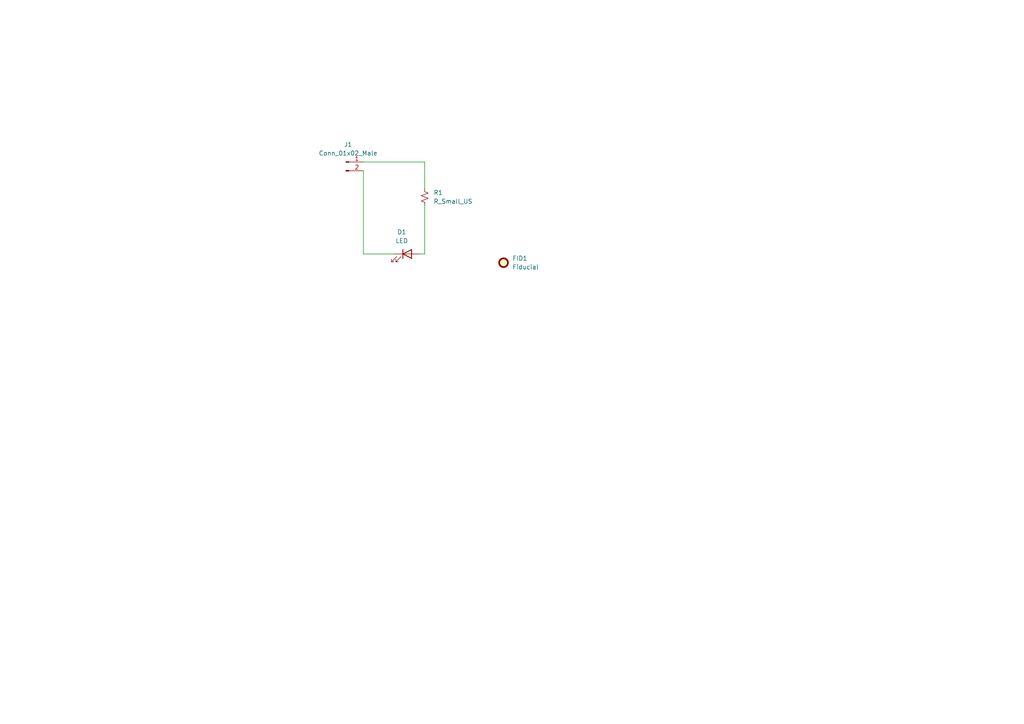
<source format=kicad_sch>
(kicad_sch (version 20211123) (generator eeschema)
  (paper "A4")
  (lib_symbols
    (symbol "Connector:Conn_01x02_Male" (pin_names (offset 1.016) hide)
      (property "Reference" "J" (at 0 2.54 0))
      (property "Value" "Conn_01x02_Male" (at 0 -5.08 0))
      (symbol "Conn_01x02_Male_1_1"
        (polyline (pts (xy 1.27 -2.54) (xy 0.8636 -2.54)) (stroke (width 0.1524)))
        (polyline (pts (xy 1.27 0) (xy 0.8636 0)) (stroke (width 0.1524)))
        (rectangle (start 0.8636 -2.413) (end 0 -2.667) (stroke (width 0.1524)) (fill (type outline)))
        (rectangle (start 0.8636 0.127) (end 0 -0.127) (stroke (width 0.1524)) (fill (type outline)))
        (pin passive line (at 5.08 0 180) (length 3.81) (name "Pin_1") (number "1"))
        (pin passive line (at 5.08 -2.54 180) (length 3.81) (name "Pin_2") (number "2"))
      )
    )
    (symbol "Device:LED" (pin_numbers hide) (pin_names (offset 1.016) hide)
      (property "Reference" "D" (at 0 2.54 0))
      (property "Value" "LED" (at 0 -2.54 0))
      (symbol "LED_0_1"
        (polyline (pts (xy -1.27 -1.27) (xy -1.27 1.27)) (stroke (width 0.254)))
        (polyline (pts (xy -1.27 0) (xy 1.27 0)))
        (polyline (pts (xy 1.27 -1.27) (xy 1.27 1.27) (xy -1.27 0) (xy 1.27 -1.27)) (stroke (width 0.254)))
        (polyline (pts (xy -3.048 -0.762) (xy -4.572 -2.286) (xy -3.81 -2.286) (xy -4.572 -2.286) (xy -4.572 -1.524)))
        (polyline (pts (xy -1.778 -0.762) (xy -3.302 -2.286) (xy -2.54 -2.286) (xy -3.302 -2.286) (xy -3.302 -1.524)))
      )
      (symbol "LED_1_1"
        (pin passive line (at -3.81 0 0) (length 2.54) (name "K") (number "1"))
        (pin passive line (at 3.81 0 180) (length 2.54) (name "A") (number "2"))
      )
    )
    (symbol "Device:R_Small_US" (pin_numbers hide) (pin_names (offset 0.254) hide)
      (property "Reference" "R" (at 0.762 0.508 0))
      (property "Value" "R_Small_US" (at 0.762 -1.016 0))
      (symbol "R_Small_US_1_1"
        (polyline (pts (xy 0 0) (xy 1.016 -0.381) (xy 0 -0.762) (xy -1.016 -1.143) (xy 0 -1.524)))
        (polyline (pts (xy 0 1.524) (xy 1.016 1.143) (xy 0 0.762) (xy -1.016 0.381) (xy 0 0)))
        (pin passive line (at 0 2.54 270) (length 1.016) (name "~") (number "1"))
        (pin passive line (at 0 -2.54 90) (length 1.016) (name "~") (number "2"))
      )
    )
    (symbol "Mechanical:Fiducial"
      (property "Reference" "FID" (at 0 5.08 0))
      (property "Value" "Fiducial" (at 0 3.175 0))
      (symbol "Fiducial_0_1"
        (circle (center 0 0) (radius 1.27) (stroke (width 0.508)) (fill (type background)))
      )
    )
  )
  (wire (pts (xy 105.41 73.66) (xy 105.41 49.53)))
  (wire (pts (xy 123.19 73.66) (xy 121.92 73.66)))
  (wire (pts (xy 123.19 59.69) (xy 123.19 73.66)))
  (wire (pts (xy 114.3 73.66) (xy 105.41 73.66)))
  (wire (pts (xy 123.19 46.99) (xy 123.19 54.61)))
  (wire (pts (xy 105.41 46.99) (xy 123.19 46.99)))
  (symbol (lib_id "Device:R_Small_US") (at 123.19 57.15 0) (unit 1)
    (property "Reference" "R1" (at 125.73 55.8799 0) (effects (justify left)))
    (property "Value" "R_Small_US" (at 125.73 58.4199 0) (effects (justify left)))
    (property "Footprint" "Resistor_SMD:R_0805_2012Metric" (effects hide))
  )
  (symbol (lib_id "Mechanical:Fiducial") (at 146.05 76.2 0) (unit 1)
    (property "Reference" "FID1" (at 148.59 74.9299 0) (effects (justify left)))
    (property "Value" "Fiducial" (at 148.59 77.4699 0) (effects (justify left)))
    (property "Footprint" "Fiducial:Fiducial_1mm_Mask2mm" (effects hide))
  )
  (symbol (lib_id "Device:LED") (at 118.11 73.66 0) (unit 1)
    (property "Reference" "D1" (at 116.5225 67.31 0))
    (property "Value" "LED" (at 116.5225 69.85 0))
    (property "Footprint" "LED_SMD:LED_0805_2012Metric" (effects hide))
  )
  (symbol (lib_id "Connector:Conn_01x02_Male") (at 100.33 46.99 0) (unit 1)
    (property "Reference" "J1" (at 100.965 41.91 0))
    (property "Value" "Conn_01x02_Male" (at 100.965 44.45 0))
    (property "Footprint" "Connector_PinHeader_1.00mm:PinHeader_1x02_P1.00mm_Vertical" (effects hide))
  )
)
</source>
